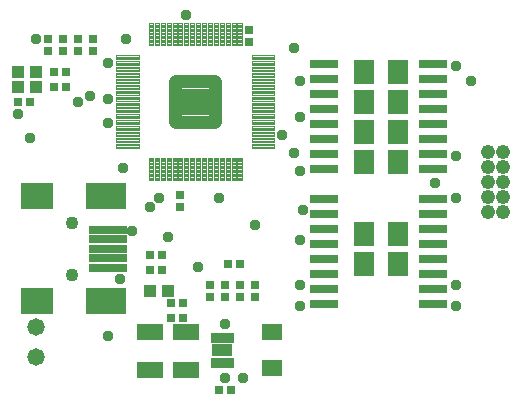
<source format=gts>
G75*
%MOIN*%
%OFA0B0*%
%FSLAX25Y25*%
%IPPOS*%
%LPD*%
%AMOC8*
5,1,8,0,0,1.08239X$1,22.5*
%
%ADD10R,0.03162X0.03162*%
%ADD11R,0.08674X0.05524*%
%ADD12R,0.13005X0.02769*%
%ADD13R,0.10643X0.08674*%
%ADD14R,0.13792X0.08674*%
%ADD15C,0.04343*%
%ADD16R,0.03950X0.03950*%
%ADD17R,0.06706X0.05800*%
%ADD18R,0.07099X0.07898*%
%ADD19R,0.01863X0.03300*%
%ADD20R,0.07099X0.04343*%
%ADD21R,0.09461X0.03162*%
%ADD22C,0.00450*%
%ADD23C,0.04481*%
%ADD24C,0.05800*%
%ADD25C,0.04769*%
%ADD26C,0.03778*%
D10*
X0078804Y0050500D03*
X0082741Y0050500D03*
X0082741Y0055500D03*
X0078804Y0055500D03*
X0098772Y0045469D03*
X0103772Y0045469D03*
X0108772Y0045469D03*
X0108772Y0041531D03*
X0103772Y0041531D03*
X0098772Y0041531D03*
X0089741Y0039500D03*
X0085804Y0039500D03*
X0085804Y0034500D03*
X0089741Y0034500D03*
X0113772Y0041531D03*
X0113772Y0045469D03*
X0108741Y0052500D03*
X0104804Y0052500D03*
X0088772Y0071531D03*
X0088772Y0075469D03*
X0038741Y0106500D03*
X0034804Y0106500D03*
X0046804Y0111500D03*
X0050741Y0111500D03*
X0050741Y0116500D03*
X0046804Y0116500D03*
X0044772Y0123531D03*
X0044772Y0127469D03*
X0049772Y0127469D03*
X0049772Y0123531D03*
X0054772Y0123531D03*
X0054772Y0127469D03*
X0059772Y0127469D03*
X0059772Y0123531D03*
X0111772Y0126531D03*
X0111772Y0130469D03*
X0105741Y0010500D03*
X0101804Y0010500D03*
D11*
X0090772Y0017201D03*
X0078772Y0017201D03*
X0078772Y0029799D03*
X0090772Y0029799D03*
D12*
X0064583Y0051201D03*
X0064583Y0054350D03*
X0064583Y0057500D03*
X0064583Y0060650D03*
X0064583Y0063799D03*
D13*
X0040961Y0075020D03*
X0040961Y0039980D03*
D14*
X0064189Y0039980D03*
X0064189Y0075020D03*
D15*
X0052772Y0066161D03*
X0052772Y0048839D03*
D16*
X0078819Y0043500D03*
X0084725Y0043500D03*
X0040725Y0111500D03*
X0034819Y0111500D03*
X0034819Y0116500D03*
X0040725Y0116500D03*
D17*
X0119297Y0029646D03*
X0119297Y0017646D03*
D18*
X0150174Y0052500D03*
X0161371Y0052500D03*
X0161371Y0062500D03*
X0150174Y0062500D03*
X0150174Y0086500D03*
X0161371Y0086500D03*
X0161371Y0096500D03*
X0150174Y0096500D03*
X0150174Y0106500D03*
X0161371Y0106500D03*
X0161371Y0116500D03*
X0150174Y0116500D03*
D19*
X0105772Y0027697D03*
X0103804Y0027697D03*
X0101835Y0027697D03*
X0099867Y0027697D03*
X0099867Y0019429D03*
X0101835Y0019429D03*
X0103804Y0019429D03*
X0105772Y0019429D03*
D20*
X0102819Y0023563D03*
D21*
X0136662Y0039000D03*
X0136662Y0044000D03*
X0136662Y0049000D03*
X0136662Y0054000D03*
X0136662Y0059000D03*
X0136662Y0064000D03*
X0136662Y0069000D03*
X0136662Y0074000D03*
X0136662Y0084000D03*
X0136662Y0089000D03*
X0136662Y0094000D03*
X0136662Y0099000D03*
X0136662Y0104000D03*
X0136662Y0109000D03*
X0136662Y0114000D03*
X0136662Y0119000D03*
X0172882Y0119000D03*
X0172882Y0114000D03*
X0172882Y0109000D03*
X0172882Y0104000D03*
X0172882Y0099000D03*
X0172882Y0094000D03*
X0172882Y0089000D03*
X0172882Y0084000D03*
X0172882Y0074000D03*
X0172882Y0069000D03*
X0172882Y0064000D03*
X0172882Y0059000D03*
X0172882Y0054000D03*
X0172882Y0049000D03*
X0172882Y0044000D03*
X0172882Y0039000D03*
D22*
X0109211Y0087606D02*
X0107861Y0087606D01*
X0109211Y0087606D02*
X0109211Y0080256D01*
X0107861Y0080256D01*
X0107861Y0087606D01*
X0107861Y0080705D02*
X0109211Y0080705D01*
X0109211Y0081154D02*
X0107861Y0081154D01*
X0107861Y0081603D02*
X0109211Y0081603D01*
X0109211Y0082052D02*
X0107861Y0082052D01*
X0107861Y0082501D02*
X0109211Y0082501D01*
X0109211Y0082950D02*
X0107861Y0082950D01*
X0107861Y0083399D02*
X0109211Y0083399D01*
X0109211Y0083848D02*
X0107861Y0083848D01*
X0107861Y0084297D02*
X0109211Y0084297D01*
X0109211Y0084746D02*
X0107861Y0084746D01*
X0107861Y0085195D02*
X0109211Y0085195D01*
X0109211Y0085644D02*
X0107861Y0085644D01*
X0107861Y0086093D02*
X0109211Y0086093D01*
X0109211Y0086542D02*
X0107861Y0086542D01*
X0107861Y0086991D02*
X0109211Y0086991D01*
X0109211Y0087440D02*
X0107861Y0087440D01*
X0107242Y0087606D02*
X0105892Y0087606D01*
X0107242Y0087606D02*
X0107242Y0080256D01*
X0105892Y0080256D01*
X0105892Y0087606D01*
X0105892Y0080705D02*
X0107242Y0080705D01*
X0107242Y0081154D02*
X0105892Y0081154D01*
X0105892Y0081603D02*
X0107242Y0081603D01*
X0107242Y0082052D02*
X0105892Y0082052D01*
X0105892Y0082501D02*
X0107242Y0082501D01*
X0107242Y0082950D02*
X0105892Y0082950D01*
X0105892Y0083399D02*
X0107242Y0083399D01*
X0107242Y0083848D02*
X0105892Y0083848D01*
X0105892Y0084297D02*
X0107242Y0084297D01*
X0107242Y0084746D02*
X0105892Y0084746D01*
X0105892Y0085195D02*
X0107242Y0085195D01*
X0107242Y0085644D02*
X0105892Y0085644D01*
X0105892Y0086093D02*
X0107242Y0086093D01*
X0107242Y0086542D02*
X0105892Y0086542D01*
X0105892Y0086991D02*
X0107242Y0086991D01*
X0107242Y0087440D02*
X0105892Y0087440D01*
X0105274Y0087606D02*
X0103924Y0087606D01*
X0105274Y0087606D02*
X0105274Y0080256D01*
X0103924Y0080256D01*
X0103924Y0087606D01*
X0103924Y0080705D02*
X0105274Y0080705D01*
X0105274Y0081154D02*
X0103924Y0081154D01*
X0103924Y0081603D02*
X0105274Y0081603D01*
X0105274Y0082052D02*
X0103924Y0082052D01*
X0103924Y0082501D02*
X0105274Y0082501D01*
X0105274Y0082950D02*
X0103924Y0082950D01*
X0103924Y0083399D02*
X0105274Y0083399D01*
X0105274Y0083848D02*
X0103924Y0083848D01*
X0103924Y0084297D02*
X0105274Y0084297D01*
X0105274Y0084746D02*
X0103924Y0084746D01*
X0103924Y0085195D02*
X0105274Y0085195D01*
X0105274Y0085644D02*
X0103924Y0085644D01*
X0103924Y0086093D02*
X0105274Y0086093D01*
X0105274Y0086542D02*
X0103924Y0086542D01*
X0103924Y0086991D02*
X0105274Y0086991D01*
X0105274Y0087440D02*
X0103924Y0087440D01*
X0103305Y0087606D02*
X0101955Y0087606D01*
X0103305Y0087606D02*
X0103305Y0080256D01*
X0101955Y0080256D01*
X0101955Y0087606D01*
X0101955Y0080705D02*
X0103305Y0080705D01*
X0103305Y0081154D02*
X0101955Y0081154D01*
X0101955Y0081603D02*
X0103305Y0081603D01*
X0103305Y0082052D02*
X0101955Y0082052D01*
X0101955Y0082501D02*
X0103305Y0082501D01*
X0103305Y0082950D02*
X0101955Y0082950D01*
X0101955Y0083399D02*
X0103305Y0083399D01*
X0103305Y0083848D02*
X0101955Y0083848D01*
X0101955Y0084297D02*
X0103305Y0084297D01*
X0103305Y0084746D02*
X0101955Y0084746D01*
X0101955Y0085195D02*
X0103305Y0085195D01*
X0103305Y0085644D02*
X0101955Y0085644D01*
X0101955Y0086093D02*
X0103305Y0086093D01*
X0103305Y0086542D02*
X0101955Y0086542D01*
X0101955Y0086991D02*
X0103305Y0086991D01*
X0103305Y0087440D02*
X0101955Y0087440D01*
X0101337Y0087606D02*
X0099987Y0087606D01*
X0101337Y0087606D02*
X0101337Y0080256D01*
X0099987Y0080256D01*
X0099987Y0087606D01*
X0099987Y0080705D02*
X0101337Y0080705D01*
X0101337Y0081154D02*
X0099987Y0081154D01*
X0099987Y0081603D02*
X0101337Y0081603D01*
X0101337Y0082052D02*
X0099987Y0082052D01*
X0099987Y0082501D02*
X0101337Y0082501D01*
X0101337Y0082950D02*
X0099987Y0082950D01*
X0099987Y0083399D02*
X0101337Y0083399D01*
X0101337Y0083848D02*
X0099987Y0083848D01*
X0099987Y0084297D02*
X0101337Y0084297D01*
X0101337Y0084746D02*
X0099987Y0084746D01*
X0099987Y0085195D02*
X0101337Y0085195D01*
X0101337Y0085644D02*
X0099987Y0085644D01*
X0099987Y0086093D02*
X0101337Y0086093D01*
X0101337Y0086542D02*
X0099987Y0086542D01*
X0099987Y0086991D02*
X0101337Y0086991D01*
X0101337Y0087440D02*
X0099987Y0087440D01*
X0099368Y0087606D02*
X0098018Y0087606D01*
X0099368Y0087606D02*
X0099368Y0080256D01*
X0098018Y0080256D01*
X0098018Y0087606D01*
X0098018Y0080705D02*
X0099368Y0080705D01*
X0099368Y0081154D02*
X0098018Y0081154D01*
X0098018Y0081603D02*
X0099368Y0081603D01*
X0099368Y0082052D02*
X0098018Y0082052D01*
X0098018Y0082501D02*
X0099368Y0082501D01*
X0099368Y0082950D02*
X0098018Y0082950D01*
X0098018Y0083399D02*
X0099368Y0083399D01*
X0099368Y0083848D02*
X0098018Y0083848D01*
X0098018Y0084297D02*
X0099368Y0084297D01*
X0099368Y0084746D02*
X0098018Y0084746D01*
X0098018Y0085195D02*
X0099368Y0085195D01*
X0099368Y0085644D02*
X0098018Y0085644D01*
X0098018Y0086093D02*
X0099368Y0086093D01*
X0099368Y0086542D02*
X0098018Y0086542D01*
X0098018Y0086991D02*
X0099368Y0086991D01*
X0099368Y0087440D02*
X0098018Y0087440D01*
X0097400Y0087606D02*
X0096050Y0087606D01*
X0097400Y0087606D02*
X0097400Y0080256D01*
X0096050Y0080256D01*
X0096050Y0087606D01*
X0096050Y0080705D02*
X0097400Y0080705D01*
X0097400Y0081154D02*
X0096050Y0081154D01*
X0096050Y0081603D02*
X0097400Y0081603D01*
X0097400Y0082052D02*
X0096050Y0082052D01*
X0096050Y0082501D02*
X0097400Y0082501D01*
X0097400Y0082950D02*
X0096050Y0082950D01*
X0096050Y0083399D02*
X0097400Y0083399D01*
X0097400Y0083848D02*
X0096050Y0083848D01*
X0096050Y0084297D02*
X0097400Y0084297D01*
X0097400Y0084746D02*
X0096050Y0084746D01*
X0096050Y0085195D02*
X0097400Y0085195D01*
X0097400Y0085644D02*
X0096050Y0085644D01*
X0096050Y0086093D02*
X0097400Y0086093D01*
X0097400Y0086542D02*
X0096050Y0086542D01*
X0096050Y0086991D02*
X0097400Y0086991D01*
X0097400Y0087440D02*
X0096050Y0087440D01*
X0095431Y0087606D02*
X0094081Y0087606D01*
X0095431Y0087606D02*
X0095431Y0080256D01*
X0094081Y0080256D01*
X0094081Y0087606D01*
X0094081Y0080705D02*
X0095431Y0080705D01*
X0095431Y0081154D02*
X0094081Y0081154D01*
X0094081Y0081603D02*
X0095431Y0081603D01*
X0095431Y0082052D02*
X0094081Y0082052D01*
X0094081Y0082501D02*
X0095431Y0082501D01*
X0095431Y0082950D02*
X0094081Y0082950D01*
X0094081Y0083399D02*
X0095431Y0083399D01*
X0095431Y0083848D02*
X0094081Y0083848D01*
X0094081Y0084297D02*
X0095431Y0084297D01*
X0095431Y0084746D02*
X0094081Y0084746D01*
X0094081Y0085195D02*
X0095431Y0085195D01*
X0095431Y0085644D02*
X0094081Y0085644D01*
X0094081Y0086093D02*
X0095431Y0086093D01*
X0095431Y0086542D02*
X0094081Y0086542D01*
X0094081Y0086991D02*
X0095431Y0086991D01*
X0095431Y0087440D02*
X0094081Y0087440D01*
X0093463Y0087606D02*
X0092113Y0087606D01*
X0093463Y0087606D02*
X0093463Y0080256D01*
X0092113Y0080256D01*
X0092113Y0087606D01*
X0092113Y0080705D02*
X0093463Y0080705D01*
X0093463Y0081154D02*
X0092113Y0081154D01*
X0092113Y0081603D02*
X0093463Y0081603D01*
X0093463Y0082052D02*
X0092113Y0082052D01*
X0092113Y0082501D02*
X0093463Y0082501D01*
X0093463Y0082950D02*
X0092113Y0082950D01*
X0092113Y0083399D02*
X0093463Y0083399D01*
X0093463Y0083848D02*
X0092113Y0083848D01*
X0092113Y0084297D02*
X0093463Y0084297D01*
X0093463Y0084746D02*
X0092113Y0084746D01*
X0092113Y0085195D02*
X0093463Y0085195D01*
X0093463Y0085644D02*
X0092113Y0085644D01*
X0092113Y0086093D02*
X0093463Y0086093D01*
X0093463Y0086542D02*
X0092113Y0086542D01*
X0092113Y0086991D02*
X0093463Y0086991D01*
X0093463Y0087440D02*
X0092113Y0087440D01*
X0091494Y0087606D02*
X0090144Y0087606D01*
X0091494Y0087606D02*
X0091494Y0080256D01*
X0090144Y0080256D01*
X0090144Y0087606D01*
X0090144Y0080705D02*
X0091494Y0080705D01*
X0091494Y0081154D02*
X0090144Y0081154D01*
X0090144Y0081603D02*
X0091494Y0081603D01*
X0091494Y0082052D02*
X0090144Y0082052D01*
X0090144Y0082501D02*
X0091494Y0082501D01*
X0091494Y0082950D02*
X0090144Y0082950D01*
X0090144Y0083399D02*
X0091494Y0083399D01*
X0091494Y0083848D02*
X0090144Y0083848D01*
X0090144Y0084297D02*
X0091494Y0084297D01*
X0091494Y0084746D02*
X0090144Y0084746D01*
X0090144Y0085195D02*
X0091494Y0085195D01*
X0091494Y0085644D02*
X0090144Y0085644D01*
X0090144Y0086093D02*
X0091494Y0086093D01*
X0091494Y0086542D02*
X0090144Y0086542D01*
X0090144Y0086991D02*
X0091494Y0086991D01*
X0091494Y0087440D02*
X0090144Y0087440D01*
X0089526Y0087606D02*
X0088176Y0087606D01*
X0089526Y0087606D02*
X0089526Y0080256D01*
X0088176Y0080256D01*
X0088176Y0087606D01*
X0088176Y0080705D02*
X0089526Y0080705D01*
X0089526Y0081154D02*
X0088176Y0081154D01*
X0088176Y0081603D02*
X0089526Y0081603D01*
X0089526Y0082052D02*
X0088176Y0082052D01*
X0088176Y0082501D02*
X0089526Y0082501D01*
X0089526Y0082950D02*
X0088176Y0082950D01*
X0088176Y0083399D02*
X0089526Y0083399D01*
X0089526Y0083848D02*
X0088176Y0083848D01*
X0088176Y0084297D02*
X0089526Y0084297D01*
X0089526Y0084746D02*
X0088176Y0084746D01*
X0088176Y0085195D02*
X0089526Y0085195D01*
X0089526Y0085644D02*
X0088176Y0085644D01*
X0088176Y0086093D02*
X0089526Y0086093D01*
X0089526Y0086542D02*
X0088176Y0086542D01*
X0088176Y0086991D02*
X0089526Y0086991D01*
X0089526Y0087440D02*
X0088176Y0087440D01*
X0087557Y0087606D02*
X0086207Y0087606D01*
X0087557Y0087606D02*
X0087557Y0080256D01*
X0086207Y0080256D01*
X0086207Y0087606D01*
X0086207Y0080705D02*
X0087557Y0080705D01*
X0087557Y0081154D02*
X0086207Y0081154D01*
X0086207Y0081603D02*
X0087557Y0081603D01*
X0087557Y0082052D02*
X0086207Y0082052D01*
X0086207Y0082501D02*
X0087557Y0082501D01*
X0087557Y0082950D02*
X0086207Y0082950D01*
X0086207Y0083399D02*
X0087557Y0083399D01*
X0087557Y0083848D02*
X0086207Y0083848D01*
X0086207Y0084297D02*
X0087557Y0084297D01*
X0087557Y0084746D02*
X0086207Y0084746D01*
X0086207Y0085195D02*
X0087557Y0085195D01*
X0087557Y0085644D02*
X0086207Y0085644D01*
X0086207Y0086093D02*
X0087557Y0086093D01*
X0087557Y0086542D02*
X0086207Y0086542D01*
X0086207Y0086991D02*
X0087557Y0086991D01*
X0087557Y0087440D02*
X0086207Y0087440D01*
X0085589Y0087606D02*
X0084239Y0087606D01*
X0085589Y0087606D02*
X0085589Y0080256D01*
X0084239Y0080256D01*
X0084239Y0087606D01*
X0084239Y0080705D02*
X0085589Y0080705D01*
X0085589Y0081154D02*
X0084239Y0081154D01*
X0084239Y0081603D02*
X0085589Y0081603D01*
X0085589Y0082052D02*
X0084239Y0082052D01*
X0084239Y0082501D02*
X0085589Y0082501D01*
X0085589Y0082950D02*
X0084239Y0082950D01*
X0084239Y0083399D02*
X0085589Y0083399D01*
X0085589Y0083848D02*
X0084239Y0083848D01*
X0084239Y0084297D02*
X0085589Y0084297D01*
X0085589Y0084746D02*
X0084239Y0084746D01*
X0084239Y0085195D02*
X0085589Y0085195D01*
X0085589Y0085644D02*
X0084239Y0085644D01*
X0084239Y0086093D02*
X0085589Y0086093D01*
X0085589Y0086542D02*
X0084239Y0086542D01*
X0084239Y0086991D02*
X0085589Y0086991D01*
X0085589Y0087440D02*
X0084239Y0087440D01*
X0083620Y0087606D02*
X0082270Y0087606D01*
X0083620Y0087606D02*
X0083620Y0080256D01*
X0082270Y0080256D01*
X0082270Y0087606D01*
X0082270Y0080705D02*
X0083620Y0080705D01*
X0083620Y0081154D02*
X0082270Y0081154D01*
X0082270Y0081603D02*
X0083620Y0081603D01*
X0083620Y0082052D02*
X0082270Y0082052D01*
X0082270Y0082501D02*
X0083620Y0082501D01*
X0083620Y0082950D02*
X0082270Y0082950D01*
X0082270Y0083399D02*
X0083620Y0083399D01*
X0083620Y0083848D02*
X0082270Y0083848D01*
X0082270Y0084297D02*
X0083620Y0084297D01*
X0083620Y0084746D02*
X0082270Y0084746D01*
X0082270Y0085195D02*
X0083620Y0085195D01*
X0083620Y0085644D02*
X0082270Y0085644D01*
X0082270Y0086093D02*
X0083620Y0086093D01*
X0083620Y0086542D02*
X0082270Y0086542D01*
X0082270Y0086991D02*
X0083620Y0086991D01*
X0083620Y0087440D02*
X0082270Y0087440D01*
X0081652Y0087606D02*
X0080302Y0087606D01*
X0081652Y0087606D02*
X0081652Y0080256D01*
X0080302Y0080256D01*
X0080302Y0087606D01*
X0080302Y0080705D02*
X0081652Y0080705D01*
X0081652Y0081154D02*
X0080302Y0081154D01*
X0080302Y0081603D02*
X0081652Y0081603D01*
X0081652Y0082052D02*
X0080302Y0082052D01*
X0080302Y0082501D02*
X0081652Y0082501D01*
X0081652Y0082950D02*
X0080302Y0082950D01*
X0080302Y0083399D02*
X0081652Y0083399D01*
X0081652Y0083848D02*
X0080302Y0083848D01*
X0080302Y0084297D02*
X0081652Y0084297D01*
X0081652Y0084746D02*
X0080302Y0084746D01*
X0080302Y0085195D02*
X0081652Y0085195D01*
X0081652Y0085644D02*
X0080302Y0085644D01*
X0080302Y0086093D02*
X0081652Y0086093D01*
X0081652Y0086542D02*
X0080302Y0086542D01*
X0080302Y0086991D02*
X0081652Y0086991D01*
X0081652Y0087440D02*
X0080302Y0087440D01*
X0079683Y0087606D02*
X0078333Y0087606D01*
X0079683Y0087606D02*
X0079683Y0080256D01*
X0078333Y0080256D01*
X0078333Y0087606D01*
X0078333Y0080705D02*
X0079683Y0080705D01*
X0079683Y0081154D02*
X0078333Y0081154D01*
X0078333Y0081603D02*
X0079683Y0081603D01*
X0079683Y0082052D02*
X0078333Y0082052D01*
X0078333Y0082501D02*
X0079683Y0082501D01*
X0079683Y0082950D02*
X0078333Y0082950D01*
X0078333Y0083399D02*
X0079683Y0083399D01*
X0079683Y0083848D02*
X0078333Y0083848D01*
X0078333Y0084297D02*
X0079683Y0084297D01*
X0079683Y0084746D02*
X0078333Y0084746D01*
X0078333Y0085195D02*
X0079683Y0085195D01*
X0079683Y0085644D02*
X0078333Y0085644D01*
X0078333Y0086093D02*
X0079683Y0086093D01*
X0079683Y0086542D02*
X0078333Y0086542D01*
X0078333Y0086991D02*
X0079683Y0086991D01*
X0079683Y0087440D02*
X0078333Y0087440D01*
X0074878Y0091061D02*
X0074878Y0092411D01*
X0074878Y0091061D02*
X0067528Y0091061D01*
X0067528Y0092411D01*
X0074878Y0092411D01*
X0074878Y0091510D02*
X0067528Y0091510D01*
X0067528Y0091959D02*
X0074878Y0091959D01*
X0074878Y0092408D02*
X0067528Y0092408D01*
X0074878Y0093030D02*
X0074878Y0094380D01*
X0074878Y0093030D02*
X0067528Y0093030D01*
X0067528Y0094380D01*
X0074878Y0094380D01*
X0074878Y0093479D02*
X0067528Y0093479D01*
X0067528Y0093928D02*
X0074878Y0093928D01*
X0074878Y0094377D02*
X0067528Y0094377D01*
X0074878Y0094998D02*
X0074878Y0096348D01*
X0074878Y0094998D02*
X0067528Y0094998D01*
X0067528Y0096348D01*
X0074878Y0096348D01*
X0074878Y0095447D02*
X0067528Y0095447D01*
X0067528Y0095896D02*
X0074878Y0095896D01*
X0074878Y0096345D02*
X0067528Y0096345D01*
X0074878Y0096967D02*
X0074878Y0098317D01*
X0074878Y0096967D02*
X0067528Y0096967D01*
X0067528Y0098317D01*
X0074878Y0098317D01*
X0074878Y0097416D02*
X0067528Y0097416D01*
X0067528Y0097865D02*
X0074878Y0097865D01*
X0074878Y0098314D02*
X0067528Y0098314D01*
X0074878Y0098935D02*
X0074878Y0100285D01*
X0074878Y0098935D02*
X0067528Y0098935D01*
X0067528Y0100285D01*
X0074878Y0100285D01*
X0074878Y0099384D02*
X0067528Y0099384D01*
X0067528Y0099833D02*
X0074878Y0099833D01*
X0074878Y0100282D02*
X0067528Y0100282D01*
X0074878Y0100904D02*
X0074878Y0102254D01*
X0074878Y0100904D02*
X0067528Y0100904D01*
X0067528Y0102254D01*
X0074878Y0102254D01*
X0074878Y0101353D02*
X0067528Y0101353D01*
X0067528Y0101802D02*
X0074878Y0101802D01*
X0074878Y0102251D02*
X0067528Y0102251D01*
X0074878Y0102872D02*
X0074878Y0104222D01*
X0074878Y0102872D02*
X0067528Y0102872D01*
X0067528Y0104222D01*
X0074878Y0104222D01*
X0074878Y0103321D02*
X0067528Y0103321D01*
X0067528Y0103770D02*
X0074878Y0103770D01*
X0074878Y0104219D02*
X0067528Y0104219D01*
X0074878Y0104841D02*
X0074878Y0106191D01*
X0074878Y0104841D02*
X0067528Y0104841D01*
X0067528Y0106191D01*
X0074878Y0106191D01*
X0074878Y0105290D02*
X0067528Y0105290D01*
X0067528Y0105739D02*
X0074878Y0105739D01*
X0074878Y0106188D02*
X0067528Y0106188D01*
X0074878Y0106809D02*
X0074878Y0108159D01*
X0074878Y0106809D02*
X0067528Y0106809D01*
X0067528Y0108159D01*
X0074878Y0108159D01*
X0074878Y0107258D02*
X0067528Y0107258D01*
X0067528Y0107707D02*
X0074878Y0107707D01*
X0074878Y0108156D02*
X0067528Y0108156D01*
X0074878Y0108778D02*
X0074878Y0110128D01*
X0074878Y0108778D02*
X0067528Y0108778D01*
X0067528Y0110128D01*
X0074878Y0110128D01*
X0074878Y0109227D02*
X0067528Y0109227D01*
X0067528Y0109676D02*
X0074878Y0109676D01*
X0074878Y0110125D02*
X0067528Y0110125D01*
X0074878Y0110746D02*
X0074878Y0112096D01*
X0074878Y0110746D02*
X0067528Y0110746D01*
X0067528Y0112096D01*
X0074878Y0112096D01*
X0074878Y0111195D02*
X0067528Y0111195D01*
X0067528Y0111644D02*
X0074878Y0111644D01*
X0074878Y0112093D02*
X0067528Y0112093D01*
X0074878Y0112715D02*
X0074878Y0114065D01*
X0074878Y0112715D02*
X0067528Y0112715D01*
X0067528Y0114065D01*
X0074878Y0114065D01*
X0074878Y0113164D02*
X0067528Y0113164D01*
X0067528Y0113613D02*
X0074878Y0113613D01*
X0074878Y0114062D02*
X0067528Y0114062D01*
X0074878Y0114683D02*
X0074878Y0116033D01*
X0074878Y0114683D02*
X0067528Y0114683D01*
X0067528Y0116033D01*
X0074878Y0116033D01*
X0074878Y0115132D02*
X0067528Y0115132D01*
X0067528Y0115581D02*
X0074878Y0115581D01*
X0074878Y0116030D02*
X0067528Y0116030D01*
X0074878Y0116652D02*
X0074878Y0118002D01*
X0074878Y0116652D02*
X0067528Y0116652D01*
X0067528Y0118002D01*
X0074878Y0118002D01*
X0074878Y0117101D02*
X0067528Y0117101D01*
X0067528Y0117550D02*
X0074878Y0117550D01*
X0074878Y0117999D02*
X0067528Y0117999D01*
X0074878Y0118620D02*
X0074878Y0119970D01*
X0074878Y0118620D02*
X0067528Y0118620D01*
X0067528Y0119970D01*
X0074878Y0119970D01*
X0074878Y0119069D02*
X0067528Y0119069D01*
X0067528Y0119518D02*
X0074878Y0119518D01*
X0074878Y0119967D02*
X0067528Y0119967D01*
X0074878Y0120589D02*
X0074878Y0121939D01*
X0074878Y0120589D02*
X0067528Y0120589D01*
X0067528Y0121939D01*
X0074878Y0121939D01*
X0074878Y0121038D02*
X0067528Y0121038D01*
X0067528Y0121487D02*
X0074878Y0121487D01*
X0074878Y0121936D02*
X0067528Y0121936D01*
X0078333Y0125394D02*
X0079683Y0125394D01*
X0078333Y0125394D02*
X0078333Y0132744D01*
X0079683Y0132744D01*
X0079683Y0125394D01*
X0079683Y0125843D02*
X0078333Y0125843D01*
X0078333Y0126292D02*
X0079683Y0126292D01*
X0079683Y0126741D02*
X0078333Y0126741D01*
X0078333Y0127190D02*
X0079683Y0127190D01*
X0079683Y0127639D02*
X0078333Y0127639D01*
X0078333Y0128088D02*
X0079683Y0128088D01*
X0079683Y0128537D02*
X0078333Y0128537D01*
X0078333Y0128986D02*
X0079683Y0128986D01*
X0079683Y0129435D02*
X0078333Y0129435D01*
X0078333Y0129884D02*
X0079683Y0129884D01*
X0079683Y0130333D02*
X0078333Y0130333D01*
X0078333Y0130782D02*
X0079683Y0130782D01*
X0079683Y0131231D02*
X0078333Y0131231D01*
X0078333Y0131680D02*
X0079683Y0131680D01*
X0079683Y0132129D02*
X0078333Y0132129D01*
X0078333Y0132578D02*
X0079683Y0132578D01*
X0080302Y0125394D02*
X0081652Y0125394D01*
X0080302Y0125394D02*
X0080302Y0132744D01*
X0081652Y0132744D01*
X0081652Y0125394D01*
X0081652Y0125843D02*
X0080302Y0125843D01*
X0080302Y0126292D02*
X0081652Y0126292D01*
X0081652Y0126741D02*
X0080302Y0126741D01*
X0080302Y0127190D02*
X0081652Y0127190D01*
X0081652Y0127639D02*
X0080302Y0127639D01*
X0080302Y0128088D02*
X0081652Y0128088D01*
X0081652Y0128537D02*
X0080302Y0128537D01*
X0080302Y0128986D02*
X0081652Y0128986D01*
X0081652Y0129435D02*
X0080302Y0129435D01*
X0080302Y0129884D02*
X0081652Y0129884D01*
X0081652Y0130333D02*
X0080302Y0130333D01*
X0080302Y0130782D02*
X0081652Y0130782D01*
X0081652Y0131231D02*
X0080302Y0131231D01*
X0080302Y0131680D02*
X0081652Y0131680D01*
X0081652Y0132129D02*
X0080302Y0132129D01*
X0080302Y0132578D02*
X0081652Y0132578D01*
X0082270Y0125394D02*
X0083620Y0125394D01*
X0082270Y0125394D02*
X0082270Y0132744D01*
X0083620Y0132744D01*
X0083620Y0125394D01*
X0083620Y0125843D02*
X0082270Y0125843D01*
X0082270Y0126292D02*
X0083620Y0126292D01*
X0083620Y0126741D02*
X0082270Y0126741D01*
X0082270Y0127190D02*
X0083620Y0127190D01*
X0083620Y0127639D02*
X0082270Y0127639D01*
X0082270Y0128088D02*
X0083620Y0128088D01*
X0083620Y0128537D02*
X0082270Y0128537D01*
X0082270Y0128986D02*
X0083620Y0128986D01*
X0083620Y0129435D02*
X0082270Y0129435D01*
X0082270Y0129884D02*
X0083620Y0129884D01*
X0083620Y0130333D02*
X0082270Y0130333D01*
X0082270Y0130782D02*
X0083620Y0130782D01*
X0083620Y0131231D02*
X0082270Y0131231D01*
X0082270Y0131680D02*
X0083620Y0131680D01*
X0083620Y0132129D02*
X0082270Y0132129D01*
X0082270Y0132578D02*
X0083620Y0132578D01*
X0084239Y0125394D02*
X0085589Y0125394D01*
X0084239Y0125394D02*
X0084239Y0132744D01*
X0085589Y0132744D01*
X0085589Y0125394D01*
X0085589Y0125843D02*
X0084239Y0125843D01*
X0084239Y0126292D02*
X0085589Y0126292D01*
X0085589Y0126741D02*
X0084239Y0126741D01*
X0084239Y0127190D02*
X0085589Y0127190D01*
X0085589Y0127639D02*
X0084239Y0127639D01*
X0084239Y0128088D02*
X0085589Y0128088D01*
X0085589Y0128537D02*
X0084239Y0128537D01*
X0084239Y0128986D02*
X0085589Y0128986D01*
X0085589Y0129435D02*
X0084239Y0129435D01*
X0084239Y0129884D02*
X0085589Y0129884D01*
X0085589Y0130333D02*
X0084239Y0130333D01*
X0084239Y0130782D02*
X0085589Y0130782D01*
X0085589Y0131231D02*
X0084239Y0131231D01*
X0084239Y0131680D02*
X0085589Y0131680D01*
X0085589Y0132129D02*
X0084239Y0132129D01*
X0084239Y0132578D02*
X0085589Y0132578D01*
X0086207Y0125394D02*
X0087557Y0125394D01*
X0086207Y0125394D02*
X0086207Y0132744D01*
X0087557Y0132744D01*
X0087557Y0125394D01*
X0087557Y0125843D02*
X0086207Y0125843D01*
X0086207Y0126292D02*
X0087557Y0126292D01*
X0087557Y0126741D02*
X0086207Y0126741D01*
X0086207Y0127190D02*
X0087557Y0127190D01*
X0087557Y0127639D02*
X0086207Y0127639D01*
X0086207Y0128088D02*
X0087557Y0128088D01*
X0087557Y0128537D02*
X0086207Y0128537D01*
X0086207Y0128986D02*
X0087557Y0128986D01*
X0087557Y0129435D02*
X0086207Y0129435D01*
X0086207Y0129884D02*
X0087557Y0129884D01*
X0087557Y0130333D02*
X0086207Y0130333D01*
X0086207Y0130782D02*
X0087557Y0130782D01*
X0087557Y0131231D02*
X0086207Y0131231D01*
X0086207Y0131680D02*
X0087557Y0131680D01*
X0087557Y0132129D02*
X0086207Y0132129D01*
X0086207Y0132578D02*
X0087557Y0132578D01*
X0088176Y0125394D02*
X0089526Y0125394D01*
X0088176Y0125394D02*
X0088176Y0132744D01*
X0089526Y0132744D01*
X0089526Y0125394D01*
X0089526Y0125843D02*
X0088176Y0125843D01*
X0088176Y0126292D02*
X0089526Y0126292D01*
X0089526Y0126741D02*
X0088176Y0126741D01*
X0088176Y0127190D02*
X0089526Y0127190D01*
X0089526Y0127639D02*
X0088176Y0127639D01*
X0088176Y0128088D02*
X0089526Y0128088D01*
X0089526Y0128537D02*
X0088176Y0128537D01*
X0088176Y0128986D02*
X0089526Y0128986D01*
X0089526Y0129435D02*
X0088176Y0129435D01*
X0088176Y0129884D02*
X0089526Y0129884D01*
X0089526Y0130333D02*
X0088176Y0130333D01*
X0088176Y0130782D02*
X0089526Y0130782D01*
X0089526Y0131231D02*
X0088176Y0131231D01*
X0088176Y0131680D02*
X0089526Y0131680D01*
X0089526Y0132129D02*
X0088176Y0132129D01*
X0088176Y0132578D02*
X0089526Y0132578D01*
X0090144Y0125394D02*
X0091494Y0125394D01*
X0090144Y0125394D02*
X0090144Y0132744D01*
X0091494Y0132744D01*
X0091494Y0125394D01*
X0091494Y0125843D02*
X0090144Y0125843D01*
X0090144Y0126292D02*
X0091494Y0126292D01*
X0091494Y0126741D02*
X0090144Y0126741D01*
X0090144Y0127190D02*
X0091494Y0127190D01*
X0091494Y0127639D02*
X0090144Y0127639D01*
X0090144Y0128088D02*
X0091494Y0128088D01*
X0091494Y0128537D02*
X0090144Y0128537D01*
X0090144Y0128986D02*
X0091494Y0128986D01*
X0091494Y0129435D02*
X0090144Y0129435D01*
X0090144Y0129884D02*
X0091494Y0129884D01*
X0091494Y0130333D02*
X0090144Y0130333D01*
X0090144Y0130782D02*
X0091494Y0130782D01*
X0091494Y0131231D02*
X0090144Y0131231D01*
X0090144Y0131680D02*
X0091494Y0131680D01*
X0091494Y0132129D02*
X0090144Y0132129D01*
X0090144Y0132578D02*
X0091494Y0132578D01*
X0092113Y0125394D02*
X0093463Y0125394D01*
X0092113Y0125394D02*
X0092113Y0132744D01*
X0093463Y0132744D01*
X0093463Y0125394D01*
X0093463Y0125843D02*
X0092113Y0125843D01*
X0092113Y0126292D02*
X0093463Y0126292D01*
X0093463Y0126741D02*
X0092113Y0126741D01*
X0092113Y0127190D02*
X0093463Y0127190D01*
X0093463Y0127639D02*
X0092113Y0127639D01*
X0092113Y0128088D02*
X0093463Y0128088D01*
X0093463Y0128537D02*
X0092113Y0128537D01*
X0092113Y0128986D02*
X0093463Y0128986D01*
X0093463Y0129435D02*
X0092113Y0129435D01*
X0092113Y0129884D02*
X0093463Y0129884D01*
X0093463Y0130333D02*
X0092113Y0130333D01*
X0092113Y0130782D02*
X0093463Y0130782D01*
X0093463Y0131231D02*
X0092113Y0131231D01*
X0092113Y0131680D02*
X0093463Y0131680D01*
X0093463Y0132129D02*
X0092113Y0132129D01*
X0092113Y0132578D02*
X0093463Y0132578D01*
X0094081Y0125394D02*
X0095431Y0125394D01*
X0094081Y0125394D02*
X0094081Y0132744D01*
X0095431Y0132744D01*
X0095431Y0125394D01*
X0095431Y0125843D02*
X0094081Y0125843D01*
X0094081Y0126292D02*
X0095431Y0126292D01*
X0095431Y0126741D02*
X0094081Y0126741D01*
X0094081Y0127190D02*
X0095431Y0127190D01*
X0095431Y0127639D02*
X0094081Y0127639D01*
X0094081Y0128088D02*
X0095431Y0128088D01*
X0095431Y0128537D02*
X0094081Y0128537D01*
X0094081Y0128986D02*
X0095431Y0128986D01*
X0095431Y0129435D02*
X0094081Y0129435D01*
X0094081Y0129884D02*
X0095431Y0129884D01*
X0095431Y0130333D02*
X0094081Y0130333D01*
X0094081Y0130782D02*
X0095431Y0130782D01*
X0095431Y0131231D02*
X0094081Y0131231D01*
X0094081Y0131680D02*
X0095431Y0131680D01*
X0095431Y0132129D02*
X0094081Y0132129D01*
X0094081Y0132578D02*
X0095431Y0132578D01*
X0096050Y0125394D02*
X0097400Y0125394D01*
X0096050Y0125394D02*
X0096050Y0132744D01*
X0097400Y0132744D01*
X0097400Y0125394D01*
X0097400Y0125843D02*
X0096050Y0125843D01*
X0096050Y0126292D02*
X0097400Y0126292D01*
X0097400Y0126741D02*
X0096050Y0126741D01*
X0096050Y0127190D02*
X0097400Y0127190D01*
X0097400Y0127639D02*
X0096050Y0127639D01*
X0096050Y0128088D02*
X0097400Y0128088D01*
X0097400Y0128537D02*
X0096050Y0128537D01*
X0096050Y0128986D02*
X0097400Y0128986D01*
X0097400Y0129435D02*
X0096050Y0129435D01*
X0096050Y0129884D02*
X0097400Y0129884D01*
X0097400Y0130333D02*
X0096050Y0130333D01*
X0096050Y0130782D02*
X0097400Y0130782D01*
X0097400Y0131231D02*
X0096050Y0131231D01*
X0096050Y0131680D02*
X0097400Y0131680D01*
X0097400Y0132129D02*
X0096050Y0132129D01*
X0096050Y0132578D02*
X0097400Y0132578D01*
X0098018Y0125394D02*
X0099368Y0125394D01*
X0098018Y0125394D02*
X0098018Y0132744D01*
X0099368Y0132744D01*
X0099368Y0125394D01*
X0099368Y0125843D02*
X0098018Y0125843D01*
X0098018Y0126292D02*
X0099368Y0126292D01*
X0099368Y0126741D02*
X0098018Y0126741D01*
X0098018Y0127190D02*
X0099368Y0127190D01*
X0099368Y0127639D02*
X0098018Y0127639D01*
X0098018Y0128088D02*
X0099368Y0128088D01*
X0099368Y0128537D02*
X0098018Y0128537D01*
X0098018Y0128986D02*
X0099368Y0128986D01*
X0099368Y0129435D02*
X0098018Y0129435D01*
X0098018Y0129884D02*
X0099368Y0129884D01*
X0099368Y0130333D02*
X0098018Y0130333D01*
X0098018Y0130782D02*
X0099368Y0130782D01*
X0099368Y0131231D02*
X0098018Y0131231D01*
X0098018Y0131680D02*
X0099368Y0131680D01*
X0099368Y0132129D02*
X0098018Y0132129D01*
X0098018Y0132578D02*
X0099368Y0132578D01*
X0099987Y0125394D02*
X0101337Y0125394D01*
X0099987Y0125394D02*
X0099987Y0132744D01*
X0101337Y0132744D01*
X0101337Y0125394D01*
X0101337Y0125843D02*
X0099987Y0125843D01*
X0099987Y0126292D02*
X0101337Y0126292D01*
X0101337Y0126741D02*
X0099987Y0126741D01*
X0099987Y0127190D02*
X0101337Y0127190D01*
X0101337Y0127639D02*
X0099987Y0127639D01*
X0099987Y0128088D02*
X0101337Y0128088D01*
X0101337Y0128537D02*
X0099987Y0128537D01*
X0099987Y0128986D02*
X0101337Y0128986D01*
X0101337Y0129435D02*
X0099987Y0129435D01*
X0099987Y0129884D02*
X0101337Y0129884D01*
X0101337Y0130333D02*
X0099987Y0130333D01*
X0099987Y0130782D02*
X0101337Y0130782D01*
X0101337Y0131231D02*
X0099987Y0131231D01*
X0099987Y0131680D02*
X0101337Y0131680D01*
X0101337Y0132129D02*
X0099987Y0132129D01*
X0099987Y0132578D02*
X0101337Y0132578D01*
X0101955Y0125394D02*
X0103305Y0125394D01*
X0101955Y0125394D02*
X0101955Y0132744D01*
X0103305Y0132744D01*
X0103305Y0125394D01*
X0103305Y0125843D02*
X0101955Y0125843D01*
X0101955Y0126292D02*
X0103305Y0126292D01*
X0103305Y0126741D02*
X0101955Y0126741D01*
X0101955Y0127190D02*
X0103305Y0127190D01*
X0103305Y0127639D02*
X0101955Y0127639D01*
X0101955Y0128088D02*
X0103305Y0128088D01*
X0103305Y0128537D02*
X0101955Y0128537D01*
X0101955Y0128986D02*
X0103305Y0128986D01*
X0103305Y0129435D02*
X0101955Y0129435D01*
X0101955Y0129884D02*
X0103305Y0129884D01*
X0103305Y0130333D02*
X0101955Y0130333D01*
X0101955Y0130782D02*
X0103305Y0130782D01*
X0103305Y0131231D02*
X0101955Y0131231D01*
X0101955Y0131680D02*
X0103305Y0131680D01*
X0103305Y0132129D02*
X0101955Y0132129D01*
X0101955Y0132578D02*
X0103305Y0132578D01*
X0103924Y0125394D02*
X0105274Y0125394D01*
X0103924Y0125394D02*
X0103924Y0132744D01*
X0105274Y0132744D01*
X0105274Y0125394D01*
X0105274Y0125843D02*
X0103924Y0125843D01*
X0103924Y0126292D02*
X0105274Y0126292D01*
X0105274Y0126741D02*
X0103924Y0126741D01*
X0103924Y0127190D02*
X0105274Y0127190D01*
X0105274Y0127639D02*
X0103924Y0127639D01*
X0103924Y0128088D02*
X0105274Y0128088D01*
X0105274Y0128537D02*
X0103924Y0128537D01*
X0103924Y0128986D02*
X0105274Y0128986D01*
X0105274Y0129435D02*
X0103924Y0129435D01*
X0103924Y0129884D02*
X0105274Y0129884D01*
X0105274Y0130333D02*
X0103924Y0130333D01*
X0103924Y0130782D02*
X0105274Y0130782D01*
X0105274Y0131231D02*
X0103924Y0131231D01*
X0103924Y0131680D02*
X0105274Y0131680D01*
X0105274Y0132129D02*
X0103924Y0132129D01*
X0103924Y0132578D02*
X0105274Y0132578D01*
X0105892Y0125394D02*
X0107242Y0125394D01*
X0105892Y0125394D02*
X0105892Y0132744D01*
X0107242Y0132744D01*
X0107242Y0125394D01*
X0107242Y0125843D02*
X0105892Y0125843D01*
X0105892Y0126292D02*
X0107242Y0126292D01*
X0107242Y0126741D02*
X0105892Y0126741D01*
X0105892Y0127190D02*
X0107242Y0127190D01*
X0107242Y0127639D02*
X0105892Y0127639D01*
X0105892Y0128088D02*
X0107242Y0128088D01*
X0107242Y0128537D02*
X0105892Y0128537D01*
X0105892Y0128986D02*
X0107242Y0128986D01*
X0107242Y0129435D02*
X0105892Y0129435D01*
X0105892Y0129884D02*
X0107242Y0129884D01*
X0107242Y0130333D02*
X0105892Y0130333D01*
X0105892Y0130782D02*
X0107242Y0130782D01*
X0107242Y0131231D02*
X0105892Y0131231D01*
X0105892Y0131680D02*
X0107242Y0131680D01*
X0107242Y0132129D02*
X0105892Y0132129D01*
X0105892Y0132578D02*
X0107242Y0132578D01*
X0107861Y0125394D02*
X0109211Y0125394D01*
X0107861Y0125394D02*
X0107861Y0132744D01*
X0109211Y0132744D01*
X0109211Y0125394D01*
X0109211Y0125843D02*
X0107861Y0125843D01*
X0107861Y0126292D02*
X0109211Y0126292D01*
X0109211Y0126741D02*
X0107861Y0126741D01*
X0107861Y0127190D02*
X0109211Y0127190D01*
X0109211Y0127639D02*
X0107861Y0127639D01*
X0107861Y0128088D02*
X0109211Y0128088D01*
X0109211Y0128537D02*
X0107861Y0128537D01*
X0107861Y0128986D02*
X0109211Y0128986D01*
X0109211Y0129435D02*
X0107861Y0129435D01*
X0107861Y0129884D02*
X0109211Y0129884D01*
X0109211Y0130333D02*
X0107861Y0130333D01*
X0107861Y0130782D02*
X0109211Y0130782D01*
X0109211Y0131231D02*
X0107861Y0131231D01*
X0107861Y0131680D02*
X0109211Y0131680D01*
X0109211Y0132129D02*
X0107861Y0132129D01*
X0107861Y0132578D02*
X0109211Y0132578D01*
X0112666Y0121939D02*
X0112666Y0120589D01*
X0112666Y0121939D02*
X0120016Y0121939D01*
X0120016Y0120589D01*
X0112666Y0120589D01*
X0112666Y0121038D02*
X0120016Y0121038D01*
X0120016Y0121487D02*
X0112666Y0121487D01*
X0112666Y0121936D02*
X0120016Y0121936D01*
X0112666Y0119970D02*
X0112666Y0118620D01*
X0112666Y0119970D02*
X0120016Y0119970D01*
X0120016Y0118620D01*
X0112666Y0118620D01*
X0112666Y0119069D02*
X0120016Y0119069D01*
X0120016Y0119518D02*
X0112666Y0119518D01*
X0112666Y0119967D02*
X0120016Y0119967D01*
X0112666Y0118002D02*
X0112666Y0116652D01*
X0112666Y0118002D02*
X0120016Y0118002D01*
X0120016Y0116652D01*
X0112666Y0116652D01*
X0112666Y0117101D02*
X0120016Y0117101D01*
X0120016Y0117550D02*
X0112666Y0117550D01*
X0112666Y0117999D02*
X0120016Y0117999D01*
X0112666Y0116033D02*
X0112666Y0114683D01*
X0112666Y0116033D02*
X0120016Y0116033D01*
X0120016Y0114683D01*
X0112666Y0114683D01*
X0112666Y0115132D02*
X0120016Y0115132D01*
X0120016Y0115581D02*
X0112666Y0115581D01*
X0112666Y0116030D02*
X0120016Y0116030D01*
X0112666Y0114065D02*
X0112666Y0112715D01*
X0112666Y0114065D02*
X0120016Y0114065D01*
X0120016Y0112715D01*
X0112666Y0112715D01*
X0112666Y0113164D02*
X0120016Y0113164D01*
X0120016Y0113613D02*
X0112666Y0113613D01*
X0112666Y0114062D02*
X0120016Y0114062D01*
X0112666Y0112096D02*
X0112666Y0110746D01*
X0112666Y0112096D02*
X0120016Y0112096D01*
X0120016Y0110746D01*
X0112666Y0110746D01*
X0112666Y0111195D02*
X0120016Y0111195D01*
X0120016Y0111644D02*
X0112666Y0111644D01*
X0112666Y0112093D02*
X0120016Y0112093D01*
X0112666Y0110128D02*
X0112666Y0108778D01*
X0112666Y0110128D02*
X0120016Y0110128D01*
X0120016Y0108778D01*
X0112666Y0108778D01*
X0112666Y0109227D02*
X0120016Y0109227D01*
X0120016Y0109676D02*
X0112666Y0109676D01*
X0112666Y0110125D02*
X0120016Y0110125D01*
X0112666Y0108159D02*
X0112666Y0106809D01*
X0112666Y0108159D02*
X0120016Y0108159D01*
X0120016Y0106809D01*
X0112666Y0106809D01*
X0112666Y0107258D02*
X0120016Y0107258D01*
X0120016Y0107707D02*
X0112666Y0107707D01*
X0112666Y0108156D02*
X0120016Y0108156D01*
X0112666Y0106191D02*
X0112666Y0104841D01*
X0112666Y0106191D02*
X0120016Y0106191D01*
X0120016Y0104841D01*
X0112666Y0104841D01*
X0112666Y0105290D02*
X0120016Y0105290D01*
X0120016Y0105739D02*
X0112666Y0105739D01*
X0112666Y0106188D02*
X0120016Y0106188D01*
X0112666Y0104222D02*
X0112666Y0102872D01*
X0112666Y0104222D02*
X0120016Y0104222D01*
X0120016Y0102872D01*
X0112666Y0102872D01*
X0112666Y0103321D02*
X0120016Y0103321D01*
X0120016Y0103770D02*
X0112666Y0103770D01*
X0112666Y0104219D02*
X0120016Y0104219D01*
X0112666Y0102254D02*
X0112666Y0100904D01*
X0112666Y0102254D02*
X0120016Y0102254D01*
X0120016Y0100904D01*
X0112666Y0100904D01*
X0112666Y0101353D02*
X0120016Y0101353D01*
X0120016Y0101802D02*
X0112666Y0101802D01*
X0112666Y0102251D02*
X0120016Y0102251D01*
X0112666Y0100285D02*
X0112666Y0098935D01*
X0112666Y0100285D02*
X0120016Y0100285D01*
X0120016Y0098935D01*
X0112666Y0098935D01*
X0112666Y0099384D02*
X0120016Y0099384D01*
X0120016Y0099833D02*
X0112666Y0099833D01*
X0112666Y0100282D02*
X0120016Y0100282D01*
X0112666Y0098317D02*
X0112666Y0096967D01*
X0112666Y0098317D02*
X0120016Y0098317D01*
X0120016Y0096967D01*
X0112666Y0096967D01*
X0112666Y0097416D02*
X0120016Y0097416D01*
X0120016Y0097865D02*
X0112666Y0097865D01*
X0112666Y0098314D02*
X0120016Y0098314D01*
X0112666Y0096348D02*
X0112666Y0094998D01*
X0112666Y0096348D02*
X0120016Y0096348D01*
X0120016Y0094998D01*
X0112666Y0094998D01*
X0112666Y0095447D02*
X0120016Y0095447D01*
X0120016Y0095896D02*
X0112666Y0095896D01*
X0112666Y0096345D02*
X0120016Y0096345D01*
X0112666Y0094380D02*
X0112666Y0093030D01*
X0112666Y0094380D02*
X0120016Y0094380D01*
X0120016Y0093030D01*
X0112666Y0093030D01*
X0112666Y0093479D02*
X0120016Y0093479D01*
X0120016Y0093928D02*
X0112666Y0093928D01*
X0112666Y0094377D02*
X0120016Y0094377D01*
X0112666Y0092411D02*
X0112666Y0091061D01*
X0112666Y0092411D02*
X0120016Y0092411D01*
X0120016Y0091061D01*
X0112666Y0091061D01*
X0112666Y0091510D02*
X0120016Y0091510D01*
X0120016Y0091959D02*
X0112666Y0091959D01*
X0112666Y0092408D02*
X0120016Y0092408D01*
D23*
X0100495Y0099777D02*
X0100495Y0113223D01*
X0100495Y0099777D02*
X0087049Y0099777D01*
X0087049Y0113223D01*
X0100495Y0113223D01*
X0100495Y0104257D02*
X0087049Y0104257D01*
X0087049Y0108737D02*
X0100495Y0108737D01*
X0100495Y0113217D02*
X0087049Y0113217D01*
D24*
X0040772Y0021500D03*
X0040772Y0031500D03*
D25*
X0191233Y0069598D03*
X0196233Y0069598D03*
X0196233Y0074598D03*
X0191233Y0074598D03*
X0191233Y0079598D03*
X0196233Y0079598D03*
X0196233Y0084598D03*
X0191233Y0084598D03*
X0191233Y0089598D03*
X0196233Y0089598D03*
D26*
X0180772Y0088500D03*
X0173772Y0079500D03*
X0180772Y0074500D03*
X0180772Y0045500D03*
X0180772Y0038500D03*
X0128772Y0038500D03*
X0128772Y0045500D03*
X0128772Y0060500D03*
X0129772Y0070500D03*
X0113772Y0065500D03*
X0101772Y0074531D03*
X0081772Y0074500D03*
X0078772Y0071500D03*
X0072772Y0063500D03*
X0084772Y0061500D03*
X0094772Y0051500D03*
X0068772Y0047500D03*
X0064772Y0028500D03*
X0103772Y0032500D03*
X0103772Y0014500D03*
X0109772Y0014500D03*
X0128772Y0083500D03*
X0126772Y0089500D03*
X0122772Y0095500D03*
X0128772Y0101500D03*
X0128772Y0113500D03*
X0126772Y0124500D03*
X0090772Y0135500D03*
X0070772Y0127500D03*
X0064772Y0119500D03*
X0058772Y0108500D03*
X0054772Y0106500D03*
X0064772Y0107500D03*
X0064772Y0099500D03*
X0069772Y0084500D03*
X0038772Y0094500D03*
X0034772Y0102500D03*
X0040772Y0127500D03*
X0180772Y0118500D03*
X0185772Y0113500D03*
M02*

</source>
